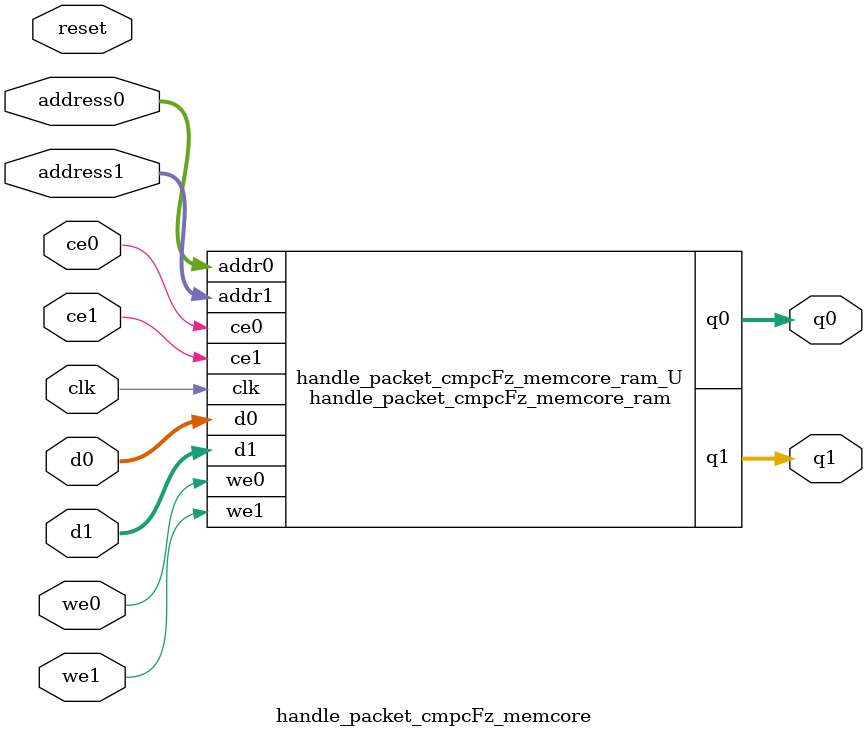
<source format=v>

`timescale 1 ns / 1 ps
module handle_packet_cmpcFz_memcore_ram (addr0, ce0, d0, we0, q0, addr1, ce1, d1, we1, q1,  clk);

parameter DWIDTH = 10;
parameter AWIDTH = 8;
parameter MEM_SIZE = 136;

input[AWIDTH-1:0] addr0;
input ce0;
input[DWIDTH-1:0] d0;
input we0;
output reg[DWIDTH-1:0] q0;
input[AWIDTH-1:0] addr1;
input ce1;
input[DWIDTH-1:0] d1;
input we1;
output reg[DWIDTH-1:0] q1;
input clk;

(* ram_style = "block" *)reg [DWIDTH-1:0] ram[0:MEM_SIZE-1];




always @(posedge clk)  
begin 
    if (ce0) 
    begin
        if (we0) 
        begin 
            ram[addr0] <= d0; 
            q0 <= d0;
        end 
        else 
            q0 <= ram[addr0];
    end
end


always @(posedge clk)  
begin 
    if (ce1) 
    begin
        if (we1) 
        begin 
            ram[addr1] <= d1; 
            q1 <= d1;
        end 
        else 
            q1 <= ram[addr1];
    end
end


endmodule


`timescale 1 ns / 1 ps
module handle_packet_cmpcFz_memcore(
    reset,
    clk,
    address0,
    ce0,
    we0,
    d0,
    q0,
    address1,
    ce1,
    we1,
    d1,
    q1);

parameter DataWidth = 32'd10;
parameter AddressRange = 32'd136;
parameter AddressWidth = 32'd8;
input reset;
input clk;
input[AddressWidth - 1:0] address0;
input ce0;
input we0;
input[DataWidth - 1:0] d0;
output[DataWidth - 1:0] q0;
input[AddressWidth - 1:0] address1;
input ce1;
input we1;
input[DataWidth - 1:0] d1;
output[DataWidth - 1:0] q1;



handle_packet_cmpcFz_memcore_ram handle_packet_cmpcFz_memcore_ram_U(
    .clk( clk ),
    .addr0( address0 ),
    .ce0( ce0 ),
    .d0( d0 ),
    .we0( we0 ),
    .q0( q0 ),
    .addr1( address1 ),
    .ce1( ce1 ),
    .d1( d1 ),
    .we1( we1 ),
    .q1( q1 ));

endmodule


</source>
